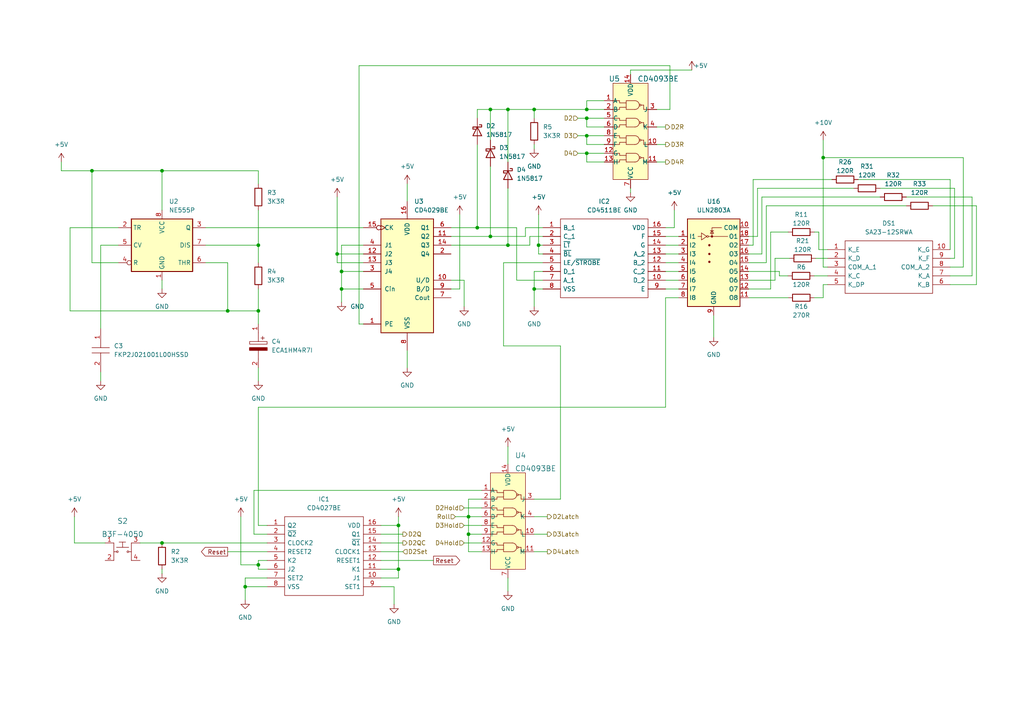
<source format=kicad_sch>
(kicad_sch (version 20211123) (generator eeschema)
  (paper "A4")
  (lib_symbols
    (symbol "4xxx:4029" (pin_names (offset 1.016))
      (property "Reference" "U" (at -7.62 16.51 0))
      (property "Value" "4029" (at -7.62 -19.05 0))
      (symbol "4029_1_0"
        (pin input line (at -12.7 -15.24 0) (length 5.08) (name "PE") (number "1"))
        (pin input line (at 12.7 -2.54 180) (length 5.08) (name "U/D") (number "10"))
        (pin output line (at 12.7 10.16 180) (length 5.08) (name "Q2") (number "11"))
        (pin input line (at -12.7 5.08 0) (length 5.08) (name "J2") (number "12"))
        (pin input line (at -12.7 2.54 0) (length 5.08) (name "J3") (number "13"))
        (pin output line (at 12.7 7.62 180) (length 5.08) (name "Q3") (number "14"))
        (pin input inverted_clock (at -12.7 12.7 0) (length 5.08) (name "CK") (number "15"))
        (pin power_in line (at 0 20.32 270) (length 5.08) (name "VDD") (number "16"))
        (pin output line (at 12.7 5.08 180) (length 5.08) (name "Q4") (number "2"))
        (pin input line (at -12.7 0 0) (length 5.08) (name "J4") (number "3"))
        (pin input line (at -12.7 7.62 0) (length 5.08) (name "J1") (number "4"))
        (pin input line (at -12.7 -5.08 0) (length 5.08) (name "Cin") (number "5"))
        (pin output line (at 12.7 12.7 180) (length 5.08) (name "Q1") (number "6"))
        (pin output line (at 12.7 -7.62 180) (length 5.08) (name "Cout") (number "7"))
        (pin power_in line (at 0 -22.86 90) (length 5.08) (name "VSS") (number "8"))
        (pin input line (at 12.7 -5.08 180) (length 5.08) (name "B/D") (number "9"))
      )
      (symbol "4029_1_1"
        (rectangle (start -7.62 15.24) (end 7.62 -17.78) (stroke (width 0.254)) (fill (type background)))
      )
    )
    (symbol "Device:R" (pin_numbers hide) (pin_names (offset 0))
      (property "Reference" "R" (at 2.032 0 90))
      (property "Value" "R" (at 0 0 90))
      (symbol "R_0_1"
        (rectangle (start -1.016 -2.54) (end 1.016 2.54) (stroke (width 0.254)))
      )
      (symbol "R_1_1"
        (pin passive line (at 0 3.81 270) (length 1.27) (name "~") (number "1"))
        (pin passive line (at 0 -3.81 90) (length 1.27) (name "~") (number "2"))
      )
    )
    (symbol "Diode:1N5817" (pin_numbers hide) (pin_names (offset 1.016) hide)
      (property "Reference" "D" (at 0 2.54 0))
      (property "Value" "1N5817" (at 0 -2.54 0))
      (symbol "1N5817_0_1"
        (polyline (pts (xy 1.27 0) (xy -1.27 0)))
        (polyline (pts (xy 1.27 1.27) (xy 1.27 -1.27) (xy -1.27 0) (xy 1.27 1.27)) (stroke (width 0.254)))
        (polyline (pts (xy -1.905 0.635) (xy -1.905 1.27) (xy -1.27 1.27) (xy -1.27 -1.27) (xy -0.635 -1.27) (xy -0.635 -0.635)) (stroke (width 0.254)))
      )
      (symbol "1N5817_1_1"
        (pin passive line (at -3.81 0 0) (length 2.54) (name "K") (number "1"))
        (pin passive line (at 3.81 0 180) (length 2.54) (name "A") (number "2"))
      )
    )
    (symbol "SamacSys_Parts:CD4027BE" (pin_names (offset 0.762))
      (property "Reference" "IC" (at 29.21 7.62 0))
      (property "Value" "CD4027BE" (at 29.21 5.08 0))
      (symbol "CD4027BE_0_0"
        (pin passive line (at 0 0 0) (length 5.08) (name "Q2") (number "1"))
        (pin passive line (at 33.02 -15.24 180) (length 5.08) (name "J1") (number "10"))
        (pin passive line (at 33.02 -12.7 180) (length 5.08) (name "K1") (number "11"))
        (pin passive line (at 33.02 -10.16 180) (length 5.08) (name "RESET1") (number "12"))
        (pin input line (at 33.02 -7.62 180) (length 5.08) (name "CLOCK1") (number "13"))
        (pin passive line (at 33.02 -5.08 180) (length 5.08) (name "~{Q1}") (number "14"))
        (pin passive line (at 33.02 -2.54 180) (length 5.08) (name "Q1") (number "15"))
        (pin power_in line (at 33.02 0 180) (length 5.08) (name "VDD") (number "16"))
        (pin passive line (at 0 -2.54 0) (length 5.08) (name "~{Q2}") (number "2"))
        (pin input line (at 0 -5.08 0) (length 5.08) (name "CLOCK2") (number "3"))
        (pin passive line (at 0 -7.62 0) (length 5.08) (name "RESET2") (number "4"))
        (pin passive line (at 0 -10.16 0) (length 5.08) (name "K2") (number "5"))
        (pin passive line (at 0 -12.7 0) (length 5.08) (name "J2") (number "6"))
        (pin passive line (at 0 -15.24 0) (length 5.08) (name "SET2") (number "7"))
        (pin power_in line (at 0 -17.78 0) (length 5.08) (name "VSS") (number "8"))
        (pin passive line (at 33.02 -17.78 180) (length 5.08) (name "SET1") (number "9"))
      )
      (symbol "CD4027BE_0_1"
        (polyline (pts (xy 5.08 2.54) (xy 27.94 2.54) (xy 27.94 -20.32) (xy 5.08 -20.32) (xy 5.08 2.54)) (stroke (width 0.1524)))
      )
    )
    (symbol "SamacSys_Parts:CD4511BE" (pin_names (offset 0.762))
      (property "Reference" "IC" (at 31.75 7.62 0))
      (property "Value" "CD4511BE" (at 31.75 5.08 0))
      (symbol "CD4511BE_0_0"
        (pin passive line (at 0 0 0) (length 5.08) (name "B_1") (number "1"))
        (pin passive line (at 35.56 -15.24 180) (length 5.08) (name "D_2") (number "10"))
        (pin passive line (at 35.56 -12.7 180) (length 5.08) (name "C_2") (number "11"))
        (pin passive line (at 35.56 -10.16 180) (length 5.08) (name "B_2") (number "12"))
        (pin passive line (at 35.56 -7.62 180) (length 5.08) (name "A_2") (number "13"))
        (pin passive line (at 35.56 -5.08 180) (length 5.08) (name "G") (number "14"))
        (pin passive line (at 35.56 -2.54 180) (length 5.08) (name "F") (number "15"))
        (pin passive line (at 35.56 0 180) (length 5.08) (name "VDD") (number "16"))
        (pin passive line (at 0 -2.54 0) (length 5.08) (name "C_1") (number "2"))
        (pin passive line (at 0 -5.08 0) (length 5.08) (name "~{LT}") (number "3"))
        (pin passive line (at 0 -7.62 0) (length 5.08) (name "~{BL}") (number "4"))
        (pin passive line (at 0 -10.16 0) (length 5.08) (name "LE/~{STROBE}") (number "5"))
        (pin passive line (at 0 -12.7 0) (length 5.08) (name "D_1") (number "6"))
        (pin passive line (at 0 -15.24 0) (length 5.08) (name "A_1") (number "7"))
        (pin passive line (at 0 -17.78 0) (length 5.08) (name "VSS") (number "8"))
        (pin passive line (at 35.56 -17.78 180) (length 5.08) (name "E") (number "9"))
      )
      (symbol "CD4511BE_0_1"
        (polyline (pts (xy 5.08 2.54) (xy 30.48 2.54) (xy 30.48 -20.32) (xy 5.08 -20.32) (xy 5.08 2.54)) (stroke (width 0.1524)))
      )
    )
    (symbol "SamacSys_Parts:ECA1HM4R7I" (pin_names (offset 0.762))
      (property "Reference" "C" (at 8.89 6.35 0))
      (property "Value" "ECA1HM4R7I" (at 8.89 3.81 0))
      (symbol "ECA1HM4R7I_0_0"
        (pin passive line (at 0 0 0) (length 2.54) (name "~") (number "1"))
        (pin passive line (at 12.7 0 180) (length 2.54) (name "~") (number "2"))
      )
      (symbol "ECA1HM4R7I_0_1"
        (polyline (pts (xy 2.54 0) (xy 5.08 0)) (stroke (width 0.1524)))
        (polyline (pts (xy 4.064 1.778) (xy 4.064 0.762)) (stroke (width 0.1524)))
        (polyline (pts (xy 4.572 1.27) (xy 3.556 1.27)) (stroke (width 0.1524)))
        (polyline (pts (xy 7.62 0) (xy 10.16 0)) (stroke (width 0.1524)))
        (polyline (pts (xy 5.08 2.54) (xy 5.08 -2.54) (xy 5.842 -2.54) (xy 5.842 2.54) (xy 5.08 2.54)) (stroke (width 0.1524)))
        (polyline (pts (xy 7.62 2.54) (xy 7.62 -2.54) (xy 6.858 -2.54) (xy 6.858 2.54) (xy 7.62 2.54)) (stroke (width 0.254)) (fill (type outline)))
      )
    )
    (symbol "SamacSys_Parts:FKP2J021001L00HSSD" (pin_names (offset 0.762))
      (property "Reference" "C" (at 8.89 6.35 0))
      (property "Value" "FKP2J021001L00HSSD" (at 8.89 3.81 0))
      (symbol "FKP2J021001L00HSSD_0_0"
        (pin passive line (at 0 0 0) (length 5.08) (name "~") (number "1"))
        (pin passive line (at 12.7 0 180) (length 5.08) (name "~") (number "2"))
      )
      (symbol "FKP2J021001L00HSSD_0_1"
        (polyline (pts (xy 5.08 0) (xy 5.588 0)) (stroke (width 0.1524)))
        (polyline (pts (xy 5.588 2.54) (xy 5.588 -2.54)) (stroke (width 0.1524)))
        (polyline (pts (xy 7.112 0) (xy 7.62 0)) (stroke (width 0.1524)))
        (polyline (pts (xy 7.112 2.54) (xy 7.112 -2.54)) (stroke (width 0.1524)))
      )
    )
    (symbol "Timer:NE555P"
      (property "Reference" "U" (at -10.16 8.89 0))
      (property "Value" "NE555P" (at 2.54 8.89 0))
      (symbol "NE555P_0_0"
        (pin power_in line (at 0 -10.16 90) (length 2.54) (name "GND") (number "1"))
        (pin power_in line (at 0 10.16 270) (length 2.54) (name "VCC") (number "8"))
      )
      (symbol "NE555P_0_1"
        (rectangle (start -8.89 -7.62) (end 8.89 7.62) (stroke (width 0.254)) (fill (type background)))
        (rectangle (start -8.89 -7.62) (end 8.89 7.62) (stroke (width 0.254)) (fill (type background)))
      )
      (symbol "NE555P_1_1"
        (pin input line (at -12.7 5.08 0) (length 3.81) (name "TR") (number "2"))
        (pin output line (at 12.7 5.08 180) (length 3.81) (name "Q") (number "3"))
        (pin input inverted (at -12.7 -5.08 0) (length 3.81) (name "R") (number "4"))
        (pin input line (at -12.7 0 0) (length 3.81) (name "CV") (number "5"))
        (pin input line (at 12.7 -5.08 180) (length 3.81) (name "THR") (number "6"))
        (pin input line (at 12.7 0 180) (length 3.81) (name "DIS") (number "7"))
      )
    )
    (symbol "Transistor_Array:ULN2803A"
      (property "Reference" "U" (at 0 13.335 0))
      (property "Value" "ULN2803A" (at 0 11.43 0))
      (symbol "ULN2803A_0_1"
        (rectangle (start -7.62 -15.24) (end 7.62 10.16) (stroke (width 0.254)) (fill (type background)))
        (circle (center -1.778 5.08) (radius 0.254))
        (circle (center -1.27 -2.286) (radius 0.254) (fill (type outline)))
        (circle (center -1.27 0) (radius 0.254) (fill (type outline)))
        (circle (center -1.27 2.54) (radius 0.254) (fill (type outline)))
        (circle (center -0.508 5.08) (radius 0.254) (fill (type outline)))
        (polyline (pts (xy -4.572 5.08) (xy -3.556 5.08)))
        (polyline (pts (xy -1.524 5.08) (xy 4.064 5.08)))
        (polyline (pts (xy 0 6.731) (xy -1.016 6.731)))
        (polyline (pts (xy -0.508 5.08) (xy -0.508 7.62) (xy 2.286 7.62)))
        (polyline (pts (xy -3.556 6.096) (xy -3.556 4.064) (xy -2.032 5.08) (xy -3.556 6.096)))
        (polyline (pts (xy 0 5.969) (xy -1.016 5.969) (xy -0.508 6.731) (xy 0 5.969)))
      )
      (symbol "ULN2803A_1_1"
        (pin input line (at -10.16 5.08 0) (length 2.54) (name "I1") (number "1"))
        (pin passive line (at 10.16 7.62 180) (length 2.54) (name "COM") (number "10"))
        (pin open_collector line (at 10.16 -12.7 180) (length 2.54) (name "O8") (number "11"))
        (pin open_collector line (at 10.16 -10.16 180) (length 2.54) (name "O7") (number "12"))
        (pin open_collector line (at 10.16 -7.62 180) (length 2.54) (name "O6") (number "13"))
        (pin open_collector line (at 10.16 -5.08 180) (length 2.54) (name "O5") (number "14"))
        (pin open_collector line (at 10.16 -2.54 180) (length 2.54) (name "O4") (number "15"))
        (pin open_collector line (at 10.16 0 180) (length 2.54) (name "O3") (number "16"))
        (pin open_collector line (at 10.16 2.54 180) (length 2.54) (name "O2") (number "17"))
        (pin open_collector line (at 10.16 5.08 180) (length 2.54) (name "O1") (number "18"))
        (pin input line (at -10.16 2.54 0) (length 2.54) (name "I2") (number "2"))
        (pin input line (at -10.16 0 0) (length 2.54) (name "I3") (number "3"))
        (pin input line (at -10.16 -2.54 0) (length 2.54) (name "I4") (number "4"))
        (pin input line (at -10.16 -5.08 0) (length 2.54) (name "I5") (number "5"))
        (pin input line (at -10.16 -7.62 0) (length 2.54) (name "I6") (number "6"))
        (pin input line (at -10.16 -10.16 0) (length 2.54) (name "I7") (number "7"))
        (pin input line (at -10.16 -12.7 0) (length 2.54) (name "I8") (number "8"))
        (pin power_in line (at 0 -17.78 90) (length 2.54) (name "GND") (number "9"))
      )
    )
    (symbol "dk_Logic-Gates-and-Inverters:CD4093BE" (pin_names (offset 0.0254))
      (property "Reference" "U" (at -2.54 11.176 0))
      (property "Value" "CD4093BE" (at 0.508 -19.05 0))
      (symbol "CD4093BE_0_1"
        (rectangle (start -5.08 10.16) (end 5.08 -17.78) (fill (type background)))
        (polyline (pts (xy 3.048 -11.43) (xy 3.81 -11.43)))
        (polyline (pts (xy 3.048 3.81) (xy 3.81 3.81)))
        (polyline (pts (xy 3.81 -6.35) (xy 3.048 -6.35)))
        (polyline (pts (xy 3.81 -1.27) (xy 3.048 -1.27)))
        (polyline (pts (xy 3.81 -11.43) (xy 3.81 -12.7) (xy 5.08 -12.7)))
        (polyline (pts (xy 3.81 -6.35) (xy 3.81 -7.62) (xy 5.08 -7.62)))
        (polyline (pts (xy 3.81 -1.27) (xy 3.81 -2.54) (xy 5.08 -2.54)))
        (polyline (pts (xy 3.81 3.81) (xy 3.81 2.54) (xy 5.08 2.54)))
        (polyline (pts (xy -5.08 -12.7) (xy -3.175 -12.7) (xy -3.175 -12.065) (xy -1.27 -12.065)))
        (polyline (pts (xy -5.08 -7.62) (xy -3.175 -7.62) (xy -3.175 -6.985) (xy -1.27 -6.985)))
        (polyline (pts (xy -5.08 -2.54) (xy -3.175 -2.54) (xy -3.175 -1.905) (xy -1.27 -1.905)))
        (polyline (pts (xy -1.27 -10.795) (xy -3.175 -10.795) (xy -3.175 -10.16) (xy -5.08 -10.16)))
        (polyline (pts (xy -1.27 -5.715) (xy -3.175 -5.715) (xy -3.175 -5.08) (xy -5.08 -5.08)))
        (polyline (pts (xy -1.27 -0.635) (xy -3.175 -0.635) (xy -3.175 0) (xy -5.08 0)))
        (polyline (pts (xy -1.27 3.175) (xy -3.175 3.175) (xy -3.175 2.54) (xy -5.08 2.54)))
        (polyline (pts (xy -1.27 4.445) (xy -3.175 4.445) (xy -3.175 5.08) (xy -5.08 5.08)))
        (polyline (pts (xy 1.27 -10.16) (xy -1.27 -10.16) (xy -1.27 -12.7) (xy 1.27 -12.7)))
        (polyline (pts (xy 1.27 -5.08) (xy -1.27 -5.08) (xy -1.27 -7.62) (xy 1.27 -7.62)))
        (polyline (pts (xy 1.27 0) (xy -1.27 0) (xy -1.27 -2.54) (xy 1.27 -2.54)))
        (polyline (pts (xy 1.27 5.08) (xy -1.27 5.08) (xy -1.27 2.54) (xy 1.27 2.54)))
        (arc (start 1.27 -12.7) (mid 2.54 -11.43) (end 1.27 -10.16))
        (arc (start 1.27 -7.62) (mid 2.54 -6.35) (end 1.27 -5.08))
        (arc (start 1.27 -2.54) (mid 2.54 -1.27) (end 1.27 0))
        (arc (start 1.27 2.54) (mid 2.54 3.81) (end 1.27 5.08))
        (circle (center 2.794 -11.43) (radius 0.254))
        (circle (center 2.794 -6.35) (radius 0.254))
        (circle (center 2.794 -1.27) (radius 0.254))
        (circle (center 2.794 3.81) (radius 0.254))
      )
      (symbol "CD4093BE_1_1"
        (pin input line (at -7.62 5.08 0) (length 2.54) (name "A") (number "1"))
        (pin output line (at 7.62 -7.62 180) (length 2.54) (name "L") (number "10"))
        (pin output line (at 7.62 -12.7 180) (length 2.54) (name "M") (number "11"))
        (pin input line (at -7.62 -10.16 0) (length 2.54) (name "G") (number "12"))
        (pin input line (at -7.62 -12.7 0) (length 2.54) (name "H") (number "13"))
        (pin power_in line (at 0 12.7 270) (length 2.54) (name "VDD") (number "14"))
        (pin input line (at -7.62 2.54 0) (length 2.54) (name "B") (number "2"))
        (pin output line (at 7.62 2.54 180) (length 2.54) (name "J") (number "3"))
        (pin output line (at 7.62 -2.54 180) (length 2.54) (name "K") (number "4"))
        (pin input line (at -7.62 0 0) (length 2.54) (name "C") (number "5"))
        (pin input line (at -7.62 -2.54 0) (length 2.54) (name "D") (number "6"))
        (pin power_in line (at 0 -20.32 90) (length 2.54) (name "VCC") (number "7"))
        (pin input line (at -7.62 -5.08 0) (length 2.54) (name "E") (number "8"))
        (pin input line (at -7.62 -7.62 0) (length 2.54) (name "F") (number "9"))
      )
    )
    (symbol "dk_Tactile-Switches:B3F-1000" (pin_names (offset 1.016))
      (property "Reference" "S" (at 0 5.08 0))
      (property "Value" "B3F-1000" (at 0 -5.08 0))
      (symbol "B3F-1000_0_1"
        (circle (center -1.524 0) (radius 0.254))
        (polyline (pts (xy -2.54 2.54) (xy -2.54 -2.54)))
        (polyline (pts (xy -1.778 0) (xy -2.54 0)))
        (polyline (pts (xy -1.778 1.27) (xy 1.778 1.27)))
        (polyline (pts (xy 2.54 -2.54) (xy 2.54 2.54)))
        (polyline (pts (xy 2.54 0) (xy 1.778 0)))
        (circle (center 1.524 0) (radius 0.254))
      )
      (symbol "B3F-1000_1_1"
        (polyline (pts (xy -1.016 2.794) (xy 0.889 2.794)))
        (polyline (pts (xy 0 2.794) (xy 0 1.27)))
        (pin passive line (at -5.08 2.54 0) (length 2.54) (name "~") (number "1"))
        (pin passive line (at -5.08 -2.54 0) (length 2.54) (name "~") (number "2"))
        (pin passive line (at 5.08 2.54 180) (length 2.54) (name "~") (number "3"))
        (pin passive line (at 5.08 -2.54 180) (length 2.54) (name "~") (number "4"))
      )
    )
    (symbol "power:+10V" (power) (pin_names (offset 0))
      (property "Value" "+10V" (at 0 3.556 0))
      (symbol "+10V_0_1"
        (polyline (pts (xy -0.762 1.27) (xy 0 2.54)))
        (polyline (pts (xy 0 0) (xy 0 2.54)))
        (polyline (pts (xy 0 2.54) (xy 0.762 1.27)))
      )
      (symbol "+10V_1_1"
        (pin power_in line (at 0 0 90) (length 0) hide (name "+10V") (number "1"))
      )
    )
    (symbol "power:+5V" (power) (pin_names (offset 0))
      (property "Value" "+5V" (at 0 3.556 0))
      (symbol "+5V_0_1"
        (polyline (pts (xy -0.762 1.27) (xy 0 2.54)))
        (polyline (pts (xy 0 0) (xy 0 2.54)))
        (polyline (pts (xy 0 2.54) (xy 0.762 1.27)))
      )
      (symbol "+5V_1_1"
        (pin power_in line (at 0 0 90) (length 0) hide (name "+5V") (number "1"))
      )
    )
    (symbol "power:GND" (power) (pin_names (offset 0))
      (property "Value" "GND" (at 0 -3.81 0))
      (symbol "GND_0_1"
        (polyline (pts (xy 0 0) (xy 0 -1.27) (xy 1.27 -1.27) (xy 0 -2.54) (xy -1.27 -1.27) (xy 0 -1.27)))
      )
      (symbol "GND_1_1"
        (pin power_in line (at 0 0 270) (length 0) hide (name "GND") (number "1"))
      )
    )
    (symbol "self:SA23-12SRWA" (pin_names (offset 0.762))
      (property "Reference" "DS2" (at 17.78 7.62 0))
      (property "Value" "SA23-12SRWA" (at 17.78 5.08 0))
      (symbol "SA23-12SRWA_0_0"
        (pin passive line (at 0 0 0) (length 5.08) (name "K_E") (number "1"))
        (pin passive line (at 35.56 0 180) (length 5.08) (name "K_G") (number "10"))
        (pin passive line (at 0 -2.54 0) (length 5.08) (name "K_D") (number "2"))
        (pin passive line (at 0 -5.08 0) (length 5.08) (name "COM_A_1") (number "3"))
        (pin passive line (at 0 -7.62 0) (length 5.08) (name "K_C") (number "4"))
        (pin passive line (at 0 -10.16 0) (length 5.08) (name "K_DP") (number "5"))
        (pin passive line (at 35.56 -10.16 180) (length 5.08) (name "K_B") (number "6"))
        (pin passive line (at 35.56 -7.62 180) (length 5.08) (name "K_A") (number "7"))
        (pin passive line (at 35.56 -5.08 180) (length 5.08) (name "COM_A_2") (number "8"))
        (pin passive line (at 35.56 -2.54 180) (length 5.08) (name "K_F") (number "9"))
      )
      (symbol "SA23-12SRWA_0_1"
        (polyline (pts (xy 5.08 2.54) (xy 30.48 2.54) (xy 30.48 -12.7) (xy 5.08 -12.7) (xy 5.08 2.54)) (stroke (width 0.1524)))
      )
    )
  )
  (junction (at 74.93 163.83))
  (junction (at 154.94 31.75))
  (junction (at 99.06 78.74))
  (junction (at 147.32 71.12))
  (junction (at 97.79 73.66))
  (junction (at 46.99 49.53))
  (junction (at 71.12 170.18))
  (junction (at 74.93 90.17))
  (junction (at 238.76 45.72))
  (junction (at 147.32 31.75))
  (junction (at 138.43 66.04))
  (junction (at 135.89 154.94))
  (junction (at 115.57 152.4))
  (junction (at 74.93 71.12))
  (junction (at 46.99 157.48))
  (junction (at 135.89 149.86))
  (junction (at 156.21 71.12))
  (junction (at 154.94 83.82))
  (junction (at 66.04 90.17))
  (junction (at 99.06 83.82))
  (junction (at 170.18 31.75))
  (junction (at 115.57 165.1))
  (junction (at 142.24 31.75))
  (junction (at 170.18 44.45))
  (junction (at 26.67 49.53))
  (junction (at 170.18 34.29))
  (junction (at 142.24 68.58))
  (junction (at 170.18 39.37))
  (wire (pts (xy 238.76 82.55) (xy 240.03 82.55)))
  (wire (pts (xy 279.4 45.72) (xy 238.76 45.72)))
  (wire (pts (xy 142.24 31.75) (xy 147.32 31.75)))
  (wire (pts (xy 217.17 86.36) (xy 228.6 86.36)))
  (wire (pts (xy 236.22 86.36) (xy 238.76 86.36)))
  (wire (pts (xy 132.08 149.86) (xy 135.89 149.86)))
  (wire (pts (xy 154.94 160.02) (xy 158.75 160.02)))
  (wire (pts (xy 74.93 71.12) (xy 74.93 76.2)))
  (wire (pts (xy 147.32 31.75) (xy 154.94 31.75)))
  (wire (pts (xy 130.81 66.04) (xy 138.43 66.04)))
  (wire (pts (xy 73.66 142.24) (xy 139.7 142.24)))
  (wire (pts (xy 170.18 29.21) (xy 175.26 29.21)))
  (wire (pts (xy 170.18 31.75) (xy 175.26 31.75)))
  (wire (pts (xy 99.06 83.82) (xy 105.41 83.82)))
  (wire (pts (xy 196.85 81.28) (xy 193.04 81.28)))
  (wire (pts (xy 255.27 57.15) (xy 220.98 57.15)))
  (wire (pts (xy 220.98 57.15) (xy 220.98 73.66)))
  (wire (pts (xy 226.06 78.74) (xy 217.17 78.74)))
  (wire (pts (xy 40.64 157.48) (xy 46.99 157.48)))
  (wire (pts (xy 146.05 100.33) (xy 146.05 76.2)))
  (wire (pts (xy 218.44 71.12) (xy 217.17 71.12)))
  (wire (pts (xy 153.67 68.58) (xy 157.48 68.58)))
  (wire (pts (xy 74.93 90.17) (xy 66.04 90.17)))
  (wire (pts (xy 170.18 34.29) (xy 175.26 34.29)))
  (wire (pts (xy 218.44 52.07) (xy 218.44 71.12)))
  (wire (pts (xy 46.99 49.53) (xy 46.99 60.96)))
  (wire (pts (xy 156.21 71.12) (xy 157.48 71.12)))
  (wire (pts (xy 170.18 31.75) (xy 170.18 29.21)))
  (wire (pts (xy 237.49 72.39) (xy 240.03 72.39)))
  (wire (pts (xy 71.12 170.18) (xy 71.12 173.99)))
  (wire (pts (xy 281.94 57.15) (xy 262.89 57.15)))
  (wire (pts (xy 240.03 77.47) (xy 238.76 77.47)))
  (wire (pts (xy 147.32 46.99) (xy 147.32 31.75)))
  (wire (pts (xy 222.25 59.69) (xy 222.25 76.2)))
  (wire (pts (xy 182.88 54.61) (xy 182.88 55.88)))
  (wire (pts (xy 279.4 77.47) (xy 279.4 45.72)))
  (wire (pts (xy 139.7 154.94) (xy 135.89 154.94)))
  (wire (pts (xy 104.14 19.05) (xy 104.14 93.98)))
  (wire (pts (xy 110.49 160.02) (xy 116.84 160.02)))
  (wire (pts (xy 182.88 20.32) (xy 182.88 21.59)))
  (wire (pts (xy 74.93 83.82) (xy 74.93 90.17)))
  (wire (pts (xy 190.5 36.83) (xy 193.04 36.83)))
  (wire (pts (xy 154.94 31.75) (xy 170.18 31.75)))
  (wire (pts (xy 154.94 83.82) (xy 154.94 88.9)))
  (wire (pts (xy 224.79 81.28) (xy 217.17 81.28)))
  (wire (pts (xy 110.49 170.18) (xy 114.3 170.18)))
  (wire (pts (xy 196.85 78.74) (xy 193.04 78.74)))
  (wire (pts (xy 193.04 86.36) (xy 193.04 118.11)))
  (wire (pts (xy 134.62 157.48) (xy 139.7 157.48)))
  (wire (pts (xy 74.93 163.83) (xy 74.93 165.1)))
  (wire (pts (xy 46.99 49.53) (xy 74.93 49.53)))
  (wire (pts (xy 142.24 40.64) (xy 142.24 31.75)))
  (wire (pts (xy 167.64 44.45) (xy 170.18 44.45)))
  (wire (pts (xy 97.79 57.15) (xy 97.79 73.66)))
  (wire (pts (xy 66.04 76.2) (xy 66.04 90.17)))
  (wire (pts (xy 154.94 144.78) (xy 162.56 144.78)))
  (wire (pts (xy 196.85 73.66) (xy 193.04 73.66)))
  (wire (pts (xy 118.11 53.34) (xy 118.11 58.42)))
  (wire (pts (xy 114.3 175.26) (xy 114.3 170.18)))
  (wire (pts (xy 135.89 154.94) (xy 135.89 149.86)))
  (wire (pts (xy 134.62 147.32) (xy 139.7 147.32)))
  (wire (pts (xy 133.35 83.82) (xy 130.81 83.82)))
  (wire (pts (xy 170.18 41.91) (xy 170.18 39.37)))
  (wire (pts (xy 154.94 149.86) (xy 158.75 149.86)))
  (wire (pts (xy 147.32 129.54) (xy 147.32 134.62)))
  (wire (pts (xy 276.86 54.61) (xy 255.27 54.61)))
  (wire (pts (xy 69.85 149.86) (xy 69.85 163.83)))
  (wire (pts (xy 115.57 167.64) (xy 110.49 167.64)))
  (wire (pts (xy 74.93 152.4) (xy 74.93 118.11)))
  (wire (pts (xy 17.78 49.53) (xy 26.67 49.53)))
  (wire (pts (xy 115.57 165.1) (xy 115.57 167.64)))
  (wire (pts (xy 46.99 81.28) (xy 46.99 83.82)))
  (wire (pts (xy 21.59 157.48) (xy 30.48 157.48)))
  (wire (pts (xy 156.21 73.66) (xy 156.21 71.12)))
  (wire (pts (xy 195.58 66.04) (xy 193.04 66.04)))
  (wire (pts (xy 142.24 48.26) (xy 142.24 68.58)))
  (wire (pts (xy 59.69 66.04) (xy 105.41 66.04)))
  (wire (pts (xy 73.66 154.94) (xy 73.66 142.24)))
  (wire (pts (xy 157.48 73.66) (xy 156.21 73.66)))
  (wire (pts (xy 275.59 80.01) (xy 281.94 80.01)))
  (wire (pts (xy 238.76 40.64) (xy 238.76 45.72)))
  (wire (pts (xy 130.81 71.12) (xy 147.32 71.12)))
  (wire (pts (xy 74.93 90.17) (xy 74.93 93.98)))
  (wire (pts (xy 228.6 67.31) (xy 223.52 67.31)))
  (wire (pts (xy 220.98 73.66) (xy 217.17 73.66)))
  (wire (pts (xy 71.12 167.64) (xy 77.47 167.64)))
  (wire (pts (xy 97.79 76.2) (xy 97.79 73.66)))
  (wire (pts (xy 138.43 34.29) (xy 138.43 31.75)))
  (wire (pts (xy 59.69 71.12) (xy 74.93 71.12)))
  (wire (pts (xy 138.43 31.75) (xy 142.24 31.75)))
  (wire (pts (xy 194.31 31.75) (xy 190.5 31.75)))
  (wire (pts (xy 115.57 152.4) (xy 110.49 152.4)))
  (wire (pts (xy 26.67 76.2) (xy 26.67 49.53)))
  (wire (pts (xy 262.89 59.69) (xy 222.25 59.69)))
  (wire (pts (xy 17.78 46.99) (xy 17.78 49.53)))
  (wire (pts (xy 134.62 152.4) (xy 139.7 152.4)))
  (wire (pts (xy 222.25 76.2) (xy 217.17 76.2)))
  (wire (pts (xy 34.29 76.2) (xy 26.67 76.2)))
  (wire (pts (xy 110.49 157.48) (xy 116.84 157.48)))
  (wire (pts (xy 147.32 167.64) (xy 147.32 171.45)))
  (wire (pts (xy 226.06 80.01) (xy 226.06 78.74)))
  (wire (pts (xy 154.94 154.94) (xy 158.75 154.94)))
  (wire (pts (xy 238.76 45.72) (xy 238.76 77.47)))
  (wire (pts (xy 46.99 165.1) (xy 46.99 166.37)))
  (wire (pts (xy 110.49 162.56) (xy 125.73 162.56)))
  (wire (pts (xy 219.71 68.58) (xy 217.17 68.58)))
  (wire (pts (xy 240.03 80.01) (xy 236.1579 80.01)))
  (wire (pts (xy 238.76 86.36) (xy 238.76 82.55)))
  (wire (pts (xy 223.52 67.31) (xy 223.52 83.82)))
  (wire (pts (xy 167.64 34.29) (xy 170.18 34.29)))
  (wire (pts (xy 196.85 76.2) (xy 193.04 76.2)))
  (wire (pts (xy 175.26 41.91) (xy 170.18 41.91)))
  (wire (pts (xy 66.04 90.17) (xy 20.32 90.17)))
  (wire (pts (xy 162.56 100.33) (xy 146.05 100.33)))
  (wire (pts (xy 97.79 73.66) (xy 105.41 73.66)))
  (wire (pts (xy 196.85 86.36) (xy 193.04 86.36)))
  (wire (pts (xy 182.88 20.32) (xy 200.66 20.32)))
  (wire (pts (xy 170.18 36.83) (xy 170.18 34.29)))
  (wire (pts (xy 71.12 170.18) (xy 77.47 170.18)))
  (wire (pts (xy 162.56 144.78) (xy 162.56 100.33)))
  (wire (pts (xy 224.79 74.93) (xy 224.79 81.28)))
  (wire (pts (xy 240.03 74.93) (xy 236.6115 74.93)))
  (wire (pts (xy 142.24 68.58) (xy 152.4 68.58)))
  (wire (pts (xy 134.62 81.28) (xy 130.81 81.28)))
  (wire (pts (xy 105.41 93.98) (xy 104.14 93.98)))
  (wire (pts (xy 147.32 71.12) (xy 153.67 71.12)))
  (wire (pts (xy 46.99 157.48) (xy 77.47 157.48)))
  (wire (pts (xy 236.22 67.31) (xy 237.49 67.31)))
  (wire (pts (xy 74.93 49.53) (xy 74.93 53.34)))
  (wire (pts (xy 110.49 154.94) (xy 116.84 154.94)))
  (wire (pts (xy 167.64 39.37) (xy 170.18 39.37)))
  (wire (pts (xy 196.85 68.58) (xy 193.04 68.58)))
  (wire (pts (xy 153.67 71.12) (xy 153.67 68.58)))
  (wire (pts (xy 77.47 154.94) (xy 73.66 154.94)))
  (wire (pts (xy 219.71 54.61) (xy 219.71 68.58)))
  (wire (pts (xy 283.21 59.69) (xy 270.51 59.69)))
  (wire (pts (xy 135.89 149.86) (xy 139.7 149.86)))
  (wire (pts (xy 74.93 165.1) (xy 77.47 165.1)))
  (wire (pts (xy 228.5379 80.01) (xy 226.06 80.01)))
  (wire (pts (xy 59.69 76.2) (xy 66.04 76.2)))
  (wire (pts (xy 138.43 41.91) (xy 138.43 66.04)))
  (wire (pts (xy 29.21 71.12) (xy 34.29 71.12)))
  (wire (pts (xy 152.4 68.58) (xy 152.4 66.04)))
  (wire (pts (xy 115.57 149.86) (xy 115.57 152.4)))
  (wire (pts (xy 247.65 54.61) (xy 219.71 54.61)))
  (wire (pts (xy 228.9915 74.93) (xy 224.79 74.93)))
  (wire (pts (xy 135.89 144.78) (xy 135.89 149.86)))
  (wire (pts (xy 20.32 90.17) (xy 20.32 66.04)))
  (wire (pts (xy 99.06 87.63) (xy 99.06 83.82)))
  (wire (pts (xy 190.5 41.91) (xy 193.04 41.91)))
  (wire (pts (xy 105.41 71.12) (xy 99.06 71.12)))
  (wire (pts (xy 170.18 39.37) (xy 175.26 39.37)))
  (wire (pts (xy 74.93 106.68) (xy 74.93 110.49)))
  (wire (pts (xy 138.43 66.04) (xy 149.86 66.04)))
  (wire (pts (xy 237.49 67.31) (xy 237.49 72.39)))
  (wire (pts (xy 99.06 71.12) (xy 99.06 78.74)))
  (wire (pts (xy 74.93 118.11) (xy 193.04 118.11)))
  (wire (pts (xy 170.18 44.45) (xy 175.26 44.45)))
  (wire (pts (xy 20.32 66.04) (xy 34.29 66.04)))
  (wire (pts (xy 135.89 160.02) (xy 135.89 154.94)))
  (wire (pts (xy 154.94 78.74) (xy 154.94 83.82)))
  (wire (pts (xy 69.85 163.83) (xy 74.93 163.83)))
  (wire (pts (xy 26.67 49.53) (xy 46.99 49.53)))
  (wire (pts (xy 133.35 62.23) (xy 133.35 83.82)))
  (wire (pts (xy 156.21 62.23) (xy 156.21 71.12)))
  (wire (pts (xy 21.59 149.86) (xy 21.59 157.48)))
  (wire (pts (xy 207.01 91.44) (xy 207.01 97.79)))
  (wire (pts (xy 196.85 83.82) (xy 193.04 83.82)))
  (wire (pts (xy 66.04 160.02) (xy 77.47 160.02)))
  (wire (pts (xy 130.81 68.58) (xy 142.24 68.58)))
  (wire (pts (xy 115.57 152.4) (xy 115.57 165.1)))
  (wire (pts (xy 194.31 19.05) (xy 104.14 19.05)))
  (wire (pts (xy 279.4 77.47) (xy 275.59 77.47)))
  (wire (pts (xy 146.05 76.2) (xy 157.48 76.2)))
  (wire (pts (xy 194.31 19.05) (xy 194.31 31.75)))
  (wire (pts (xy 276.86 74.93) (xy 276.86 54.61)))
  (wire (pts (xy 154.94 83.82) (xy 157.48 83.82)))
  (wire (pts (xy 74.93 162.56) (xy 74.93 163.83)))
  (wire (pts (xy 99.06 78.74) (xy 105.41 78.74)))
  (wire (pts (xy 275.59 72.39) (xy 275.59 52.07)))
  (wire (pts (xy 157.48 78.74) (xy 154.94 78.74)))
  (wire (pts (xy 29.21 107.95) (xy 29.21 110.49)))
  (wire (pts (xy 190.5 46.99) (xy 193.04 46.99)))
  (wire (pts (xy 149.86 66.04) (xy 149.86 81.28)))
  (wire (pts (xy 175.26 46.99) (xy 170.18 46.99)))
  (wire (pts (xy 115.57 165.1) (xy 110.49 165.1)))
  (wire (pts (xy 283.21 82.55) (xy 283.21 59.69)))
  (wire (pts (xy 275.59 74.93) (xy 276.86 74.93)))
  (wire (pts (xy 74.93 60.96) (xy 74.93 71.12)))
  (wire (pts (xy 154.94 41.91) (xy 154.94 43.18)))
  (wire (pts (xy 170.18 46.99) (xy 170.18 44.45)))
  (wire (pts (xy 29.21 95.25) (xy 29.21 71.12)))
  (wire (pts (xy 152.4 66.04) (xy 157.48 66.04)))
  (wire (pts (xy 77.47 162.56) (xy 74.93 162.56)))
  (wire (pts (xy 99.06 83.82) (xy 99.06 78.74)))
  (wire (pts (xy 281.94 80.01) (xy 281.94 57.15)))
  (wire (pts (xy 223.52 83.82) (xy 217.17 83.82)))
  (wire (pts (xy 139.7 144.78) (xy 135.89 144.78)))
  (wire (pts (xy 275.59 52.07) (xy 248.92 52.07)))
  (wire (pts (xy 195.58 60.96) (xy 195.58 66.04)))
  (wire (pts (xy 241.3 52.07) (xy 218.44 52.07)))
  (wire (pts (xy 196.85 71.12) (xy 193.04 71.12)))
  (wire (pts (xy 154.94 31.75) (xy 154.94 34.29)))
  (wire (pts (xy 134.62 81.28) (xy 134.62 88.9)))
  (wire (pts (xy 175.26 36.83) (xy 170.18 36.83)))
  (wire (pts (xy 275.59 82.55) (xy 283.21 82.55)))
  (wire (pts (xy 118.11 101.6) (xy 118.11 106.68)))
  (wire (pts (xy 149.86 81.28) (xy 157.48 81.28)))
  (wire (pts (xy 105.41 76.2) (xy 97.79 76.2)))
  (wire (pts (xy 147.32 54.61) (xy 147.32 71.12)))
  (wire (pts (xy 71.12 170.18) (xy 71.12 167.64)))
  (wire (pts (xy 77.47 152.4) (xy 74.93 152.4)))
  (wire (pts (xy 139.7 160.02) (xy 135.89 160.02)))
  (global_label "Reset" (shape output) (at 125.73 162.56 0) (property "Intersheet References" "${INTERSHEET_REFS}" (effects hide)))
  (global_label "Reset" (shape output) (at 66.04 160.02 180) (property "Intersheet References" "${INTERSHEET_REFS}" (effects hide)))
  (hierarchical_label "D2Q" (shape output) (at 116.84 154.94 0))
  (hierarchical_label "D2R" (shape output) (at 193.04 36.83 0))
  (hierarchical_label "D3Latch" (shape output) (at 158.75 154.94 0))
  (hierarchical_label "D4R" (shape output) (at 193.04 46.99 0))
  (hierarchical_label "D2Set" (shape input) (at 116.84 160.02 0))
  (hierarchical_label "Roll" (shape input) (at 132.08 149.86 180))
  (hierarchical_label "D3Hold" (shape input) (at 134.62 152.4 180))
  (hierarchical_label "D4Hold" (shape input) (at 134.62 157.48 180))
  (hierarchical_label "D3" (shape input) (at 167.64 39.37 180))
  (hierarchical_label "D4" (shape input) (at 167.64 44.45 180))
  (hierarchical_label "D3R" (shape output) (at 193.04 41.91 0))
  (hierarchical_label "D2" (shape input) (at 167.64 34.29 180))
  (hierarchical_label "D2Latch" (shape output) (at 158.75 149.86 0))
  (hierarchical_label "D2Hold" (shape input) (at 134.62 147.32 180))
  (hierarchical_label "D2QC" (shape output) (at 116.84 157.48 0))
  (hierarchical_label "D4Latch" (shape output) (at 158.75 160.02 0))
  (symbol (lib_id "power:GND") (at 114.3 175.26 0) (unit 1)
    (property "Reference" "#PWR0105" (effects hide))
    (property "Value" "GND" (at 114.3 180.34 0))
  )
  (symbol (lib_id "dk_Logic-Gates-and-Inverters:CD4093BE") (at 147.32 147.32 0) (unit 1)
    (property "Reference" "U4" (at 149.3394 132.08 0) (effects (font (size 1.524 1.524)) (justify left)))
    (property "Value" "CD4093BE" (at 149.3394 135.89 0) (effects (font (size 1.524 1.524)) (justify left)))
    (property "Footprint" "digikey-footprints:DIP-14_W3mm" (effects hide))
    (property "Datasheet" "http://www.ti.com/general/docs/suppproductinfo.tsp?distId=10&gotoUrl=http%3A%2F%2Fwww.ti.com%2Flit%2Fgpn%2Fcd4093b" (effects hide))
    (property "Digi-Key_PN" "296-2068-5-ND" (effects hide))
    (property "MPN" "CD4093BE" (effects hide))
    (property "Category" "Integrated Circuits (ICs)" (effects hide))
    (property "Family" "Logic - Gates and Inverters" (effects hide))
    (property "DK_Datasheet_Link" "http://www.ti.com/general/docs/suppproductinfo.tsp?distId=10&gotoUrl=http%3A%2F%2Fwww.ti.com%2Flit%2Fgpn%2Fcd4093b" (effects hide))
    (property "DK_Detail_Page" "/product-detail/en/texas-instruments/CD4093BE/296-2068-5-ND/67329" (effects hide))
    (property "Description" "IC GATE NAND 4CH 2-INP 14DIP" (effects hide))
    (property "Manufacturer" "Texas Instruments" (effects hide))
    (property "Status" "Active" (effects hide))
  )
  (symbol (lib_id "Transistor_Array:ULN2803A") (at 207.01 73.66 0) (unit 1)
    (property "Reference" "U16" (at 207.01 58.42 0))
    (property "Value" "ULN2803A" (at 207.01 60.96 0))
    (property "Footprint" "Package_DIP:DIP-18_W7.62mm_LongPads" (effects hide))
    (property "Datasheet" "http://www.ti.com/lit/ds/symlink/uln2803a.pdf" (effects hide))
  )
  (symbol (lib_id "power:+5V") (at 17.78 46.99 0) (unit 1)
    (property "Reference" "#PWR0108" (effects hide))
    (property "Value" "+5V" (at 17.78 41.91 0))
  )
  (symbol (lib_id "power:+5V") (at 118.11 53.34 0) (unit 1)
    (property "Reference" "#PWR0116" (effects hide))
    (property "Value" "+5V" (at 118.11 48.26 0))
  )
  (symbol (lib_id "SamacSys_Parts:ECA1HM4R7I") (at 74.93 93.98 270) (unit 1)
    (property "Reference" "C4" (at 78.74 99.0599 90) (effects (justify left)))
    (property "Value" "ECA1HM4R7I" (at 78.74 101.5999 90) (effects (justify left)))
    (property "Footprint" "CAPPRD200W55D525H1200" (effects hide))
    (property "Datasheet" "http://industrial.panasonic.com/cdbs/www-data/pdf/RDF0000/ABA0000C1218.pdf" (effects hide))
    (property "Description" "PANASONIC - ECA1HM4R7I - Electrolytic Capacitor, 4.7 F, 50 V, M Series, +/- 20%, Radial Leaded, 5 mm" (effects hide))
    (property "Height" "12" (effects hide))
    (property "Manufacturer_Name" "Panasonic" (effects hide))
    (property "Manufacturer_Part_Number" "ECA1HM4R7I" (effects hide))
  )
  (symbol (lib_id "power:+5V") (at 133.35 62.23 0) (unit 1)
    (property "Reference" "#PWR0123" (effects hide))
    (property "Value" "+5V" (at 133.35 57.15 0))
  )
  (symbol (lib_id "dk_Logic-Gates-and-Inverters:CD4093BE") (at 182.88 34.29 0) (unit 1)
    (property "Reference" "U5" (at 176.53 22.86 0) (effects (font (size 1.524 1.524)) (justify left)))
    (property "Value" "CD4093BE" (at 184.8994 22.86 0) (effects (font (size 1.524 1.524)) (justify left)))
    (property "Footprint" "digikey-footprints:DIP-14_W3mm" (effects hide))
    (property "Datasheet" "http://www.ti.com/general/docs/suppproductinfo.tsp?distId=10&gotoUrl=http%3A%2F%2Fwww.ti.com%2Flit%2Fgpn%2Fcd4093b" (effects hide))
    (property "Digi-Key_PN" "296-2068-5-ND" (effects hide))
    (property "MPN" "CD4093BE" (effects hide))
    (property "Category" "Integrated Circuits (ICs)" (effects hide))
    (property "Family" "Logic - Gates and Inverters" (effects hide))
    (property "DK_Datasheet_Link" "http://www.ti.com/general/docs/suppproductinfo.tsp?distId=10&gotoUrl=http%3A%2F%2Fwww.ti.com%2Flit%2Fgpn%2Fcd4093b" (effects hide))
    (property "DK_Detail_Page" "/product-detail/en/texas-instruments/CD4093BE/296-2068-5-ND/67329" (effects hide))
    (property "Description" "IC GATE NAND 4CH 2-INP 14DIP" (effects hide))
    (property "Manufacturer" "Texas Instruments" (effects hide))
    (property "Status" "Active" (effects hide))
  )
  (symbol (lib_id "Device:R") (at 232.3479 80.01 90) (unit 1)
    (property "Reference" "R6" (at 232.41 77.47 90))
    (property "Value" "120R" (at 232.41 82.55 90))
    (property "Footprint" "Resistor_THT:R_Axial_DIN0207_L6.3mm_D2.5mm_P10.16mm_Horizontal" (effects hide))
  )
  (symbol (lib_id "power:+5V") (at 200.66 20.32 0) (unit 1)
    (property "Reference" "#PWR0129" (effects hide))
    (property "Value" "+5V" (at 203.2 19.05 0))
  )
  (symbol (lib_id "power:+5V") (at 147.32 129.54 0) (unit 1)
    (property "Reference" "#PWR0120" (effects hide))
    (property "Value" "+5V" (at 147.32 124.46 0))
  )
  (symbol (lib_id "Device:R") (at 266.7 59.69 90) (unit 1)
    (property "Reference" "R33" (at 266.7 53.34 90))
    (property "Value" "120R" (at 266.7 55.88 90))
    (property "Footprint" "Resistor_THT:R_Axial_DIN0207_L6.3mm_D2.5mm_P10.16mm_Horizontal" (effects hide))
  )
  (symbol (lib_id "Diode:1N5817") (at 147.32 50.8 270) (unit 1)
    (property "Reference" "D4" (at 149.86 49.2124 90) (effects (justify left)))
    (property "Value" "1N5817" (at 149.86 51.7524 90) (effects (justify left)))
    (property "Footprint" "Diode_THT:D_DO-41_SOD81_P10.16mm_Horizontal" (effects hide))
    (property "Datasheet" "http://www.vishay.com/docs/88525/1n5817.pdf" (effects hide))
  )
  (symbol (lib_id "Device:R") (at 251.46 54.61 90) (unit 1)
    (property "Reference" "R31" (at 251.46 48.26 90))
    (property "Value" "120R" (at 251.46 50.8 90))
    (property "Footprint" "Resistor_THT:R_Axial_DIN0207_L6.3mm_D2.5mm_P10.16mm_Horizontal" (effects hide))
  )
  (symbol (lib_id "power:GND") (at 118.11 106.68 0) (unit 1)
    (property "Reference" "#PWR0118" (effects hide))
    (property "Value" "GND" (at 118.11 111.76 0))
  )
  (symbol (lib_id "Device:R") (at 232.41 67.31 90) (unit 1)
    (property "Reference" "R11" (at 232.41 62.23 90))
    (property "Value" "120R" (at 232.41 64.77 90))
    (property "Footprint" "Resistor_THT:R_Axial_DIN0207_L6.3mm_D2.5mm_P10.16mm_Horizontal" (effects hide))
  )
  (symbol (lib_id "power:+5V") (at 115.57 149.86 0) (unit 1)
    (property "Reference" "#PWR0106" (effects hide))
    (property "Value" "+5V" (at 115.57 144.78 0))
  )
  (symbol (lib_id "4xxx:4029") (at 118.11 78.74 0) (unit 1)
    (property "Reference" "U3" (at 120.1294 58.42 0) (effects (justify left)))
    (property "Value" "CD4029BE" (at 120.1294 60.96 0) (effects (justify left)))
    (property "Footprint" "SamacSys_Parts_Legacy:DIP794W53P254L1930H508Q16N" (effects hide))
    (property "Datasheet" "http://www.intersil.com/content/dam/Intersil/documents/cd40/cd4029bms.pdf" (effects hide))
  )
  (symbol (lib_id "power:GND") (at 154.94 88.9 0) (unit 1)
    (property "Reference" "#PWR0121" (effects hide))
    (property "Value" "GND" (at 154.94 93.98 0))
  )
  (symbol (lib_id "SamacSys_Parts:CD4027BE") (at 77.47 152.4 0) (unit 1)
    (property "Reference" "IC1" (at 93.98 144.78 0))
    (property "Value" "CD4027BE" (at 93.98 147.32 0))
    (property "Footprint" "DIP794W53P254L1930H508Q16N" (effects hide))
    (property "Datasheet" "http://www.ti.com/lit/ds/symlink/cd4027b.pdf" (effects hide))
    (property "Description" "CD4027BE, Dual J-K Type Flip Flop 3  18 V 16-Pin PDIP" (effects hide))
    (property "Height" "5.08" (effects hide))
    (property "Manufacturer_Name" "Texas Instruments" (effects hide))
    (property "Manufacturer_Part_Number" "CD4027BE" (effects hide))
    (property "Mouser Part Number" "595-CD4027BE" (effects hide))
    (property "Mouser Price/Stock" "https://www.mouser.co.uk/ProductDetail/Texas-Instruments/CD4027BE?qs=nMmhAzRCgdBAU0RPgOaejQ%3D%3D" (effects hide))
    (property "Arrow Part Number" "CD4027BE" (effects hide))
    (property "Arrow Price/Stock" "https://www.arrow.com/en/products/cd4027be/texas-instruments?region=nac" (effects hide))
  )
  (symbol (lib_id "Timer:NE555P") (at 46.99 71.12 0) (unit 1)
    (property "Reference" "U2" (at 49.0094 58.42 0) (effects (justify left)))
    (property "Value" "NE555P" (at 49.0094 60.96 0) (effects (justify left)))
    (property "Footprint" "Package_DIP:DIP-8_W7.62mm" (effects hide))
    (property "Datasheet" "http://www.ti.com/lit/ds/symlink/ne555.pdf" (effects hide))
  )
  (symbol (lib_id "Device:R") (at 245.11 52.07 90) (unit 1)
    (property "Reference" "R26" (at 245.11 46.99 90))
    (property "Value" "120R" (at 245.11 49.53 90))
    (property "Footprint" "Resistor_THT:R_Axial_DIN0207_L6.3mm_D2.5mm_P10.16mm_Horizontal" (effects hide))
  )
  (symbol (lib_id "power:GND") (at 29.21 110.49 0) (unit 1)
    (property "Reference" "#PWR0112" (effects hide))
    (property "Value" "GND" (at 29.21 115.57 0))
  )
  (symbol (lib_id "Device:R") (at 74.93 57.15 0) (unit 1)
    (property "Reference" "R3" (at 77.47 55.8799 0) (effects (justify left)))
    (property "Value" "3K3R" (at 77.47 58.4199 0) (effects (justify left)))
    (property "Footprint" "Resistor_THT:R_Axial_DIN0207_L6.3mm_D2.5mm_P10.16mm_Horizontal" (effects hide))
  )
  (symbol (lib_id "power:GND") (at 46.99 166.37 0) (unit 1)
    (property "Reference" "#PWR0110" (effects hide))
    (property "Value" "GND" (at 46.99 171.45 0))
  )
  (symbol (lib_id "power:+10V") (at 238.76 40.64 0) (unit 1)
    (property "Reference" "#PWR04" (effects hide))
    (property "Value" "+10V" (at 238.76 35.56 0))
  )
  (symbol (lib_id "SamacSys_Parts:CD4511BE") (at 157.48 66.04 0) (unit 1)
    (property "Reference" "IC2" (at 175.26 58.42 0))
    (property "Value" "CD4511BE" (at 175.26 60.96 0))
    (property "Footprint" "DIP794W53P254L1930H508Q16N" (effects hide))
    (property "Datasheet" "http://www.ti.com/lit/gpn/cd4511b" (effects hide))
    (property "Description" "CMOS BCD-to-7-Segment LED Latch Decoder Drivers" (effects hide))
    (property "Height" "5.08" (effects hide))
    (property "Manufacturer_Name" "Texas Instruments" (effects hide))
    (property "Manufacturer_Part_Number" "CD4511BE" (effects hide))
    (property "Mouser Part Number" "595-CD4511BE" (effects hide))
    (property "Mouser Price/Stock" "https://www.mouser.co.uk/ProductDetail/Texas-Instruments/CD4511BE?qs=pt%2FIv5r0EPdhGGYgwfpYEw%3D%3D" (effects hide))
    (property "Arrow Part Number" "CD4511BE" (effects hide))
    (property "Arrow Price/Stock" "https://www.arrow.com/en/products/cd4511be/texas-instruments?region=nac" (effects hide))
  )
  (symbol (lib_id "Device:R") (at 74.93 80.01 0) (unit 1)
    (property "Reference" "R4" (at 77.47 78.7399 0) (effects (justify left)))
    (property "Value" "3K3R" (at 77.47 81.2799 0) (effects (justify left)))
    (property "Footprint" "Resistor_THT:R_Axial_DIN0207_L6.3mm_D2.5mm_P10.16mm_Horizontal" (effects hide))
  )
  (symbol (lib_id "dk_Tactile-Switches:B3F-1000") (at 35.56 160.02 0) (unit 1)
    (property "Reference" "S2" (at 35.56 151.13 0) (effects (font (size 1.524 1.524))))
    (property "Value" "B3F-4050" (at 35.56 154.94 0) (effects (font (size 1.524 1.524))))
    (property "Footprint" "SamacSys_Parts:B3F4050" (effects hide))
    (property "Datasheet" "https://omronfs.omron.com/en_US/ecb/products/pdf/en-b3f.pdf" (effects hide))
    (property "Digi-Key_PN" "SW400-ND" (effects hide))
    (property "MPN" "B3F-1000" (effects hide))
    (property "Category" "Switches" (effects hide))
    (property "Family" "Tactile Switches" (effects hide))
    (property "DK_Datasheet_Link" "https://omronfs.omron.com/en_US/ecb/products/pdf/en-b3f.pdf" (effects hide))
    (property "DK_Detail_Page" "/product-detail/en/omron-electronics-inc-emc-div/B3F-1000/SW400-ND/33150" (effects hide))
    (property "Description" "SWITCH TACTILE SPST-NO 0.05A 24V" (effects hide))
    (property "Manufacturer" "Omron Electronics Inc-EMC Div" (effects hide))
    (property "Status" "Active" (effects hide))
  )
  (symbol (lib_id "SamacSys_Parts:FKP2J021001L00HSSD") (at 29.21 95.25 270) (unit 1)
    (property "Reference" "C3" (at 33.02 100.3299 90) (effects (justify left)))
    (property "Value" "FKP2J021001L00HSSD" (at 33.02 102.8699 90) (effects (justify left)))
    (property "Footprint" "FKP2J021001L00HSSD" (effects hide))
    (property "Datasheet" "https://componentsearchengine.com/Datasheets/1/FKP2J021001L00HSSD.pdf" (effects hide))
    (property "Description" "WIMA - FKP2J021001L00HSSD - CAP, 0.01F, 630V, 3%, PP" (effects hide))
    (property "Height" "10" (effects hide))
    (property "Manufacturer_Name" "WIMA" (effects hide))
    (property "Manufacturer_Part_Number" "FKP2J021001L00HSSD" (effects hide))
    (property "Mouser Part Number" "505-FKP2J021001L00HS" (effects hide))
    (property "Mouser Price/Stock" "https://www.mouser.co.uk/ProductDetail/WIMA/FKP2J021001L00HSSD?qs=WI052HLiD5jG%252BEIGvQYLQw%3D%3D" (effects hide))
  )
  (symbol (lib_id "power:+5V") (at 21.59 149.86 0) (unit 1)
    (property "Reference" "#PWR0113" (effects hide))
    (property "Value" "+5V" (at 21.59 144.78 0))
  )
  (symbol (lib_id "power:GND") (at 74.93 110.49 0) (unit 1)
    (property "Reference" "#PWR0114" (effects hide))
    (property "Value" "GND" (at 74.93 115.57 0))
  )
  (symbol (lib_id "self:SA23-12SRWA") (at 240.03 72.39 0) (unit 1)
    (property "Reference" "DS1" (at 257.81 64.77 0))
    (property "Value" "SA23-12SRWA" (at 257.81 67.31 0))
    (property "Footprint" "SamacSys_Parts:SC2312SRWA" (effects hide))
    (property "Datasheet" "https://www.kingbrightusa.com/images/catalog/SPEC/SC23-12SRWA.pdf" (effects hide))
    (property "Description" "Display Modules - LED Character and Numeric Red 7-Segment 1 Character Common Cathode 7.4V 20mA 2.756\" H x 1.890\" W x 0.472\" D (70.00mm x 48.00mm x 12.00mm) 10-DIP (2.367\", 60.10mm)" (effects hide))
    (property "Height" "12.25" (effects hide))
    (property "Manufacturer_Name" "Kingbright" (effects hide))
    (property "Manufacturer_Part_Number" "SC23-12SRWA" (effects hide))
    (property "Mouser Part Number" "604-SC23-12SRWA" (effects hide))
    (property "Mouser Price/Stock" "https://www.mouser.co.uk/ProductDetail/Kingbright/SC23-12SRWA?qs=DkZGzo4b%252BTJnYJk9gmZJXA%3D%3D" (effects hide))
  )
  (symbol (lib_id "power:GND") (at 134.62 88.9 0) (unit 1)
    (property "Reference" "#PWR0122" (effects hide))
    (property "Value" "GND" (at 134.62 93.98 0))
  )
  (symbol (lib_id "Diode:1N5817") (at 138.43 38.1 270) (unit 1)
    (property "Reference" "D2" (at 140.97 36.5124 90) (effects (justify left)))
    (property "Value" "1N5817" (at 140.97 39.0524 90) (effects (justify left)))
    (property "Footprint" "Diode_THT:D_DO-41_SOD81_P10.16mm_Horizontal" (effects hide))
    (property "Datasheet" "http://www.vishay.com/docs/88525/1n5817.pdf" (effects hide))
  )
  (symbol (lib_id "power:+5V") (at 156.21 62.23 0) (unit 1)
    (property "Reference" "#PWR0125" (effects hide))
    (property "Value" "+5V" (at 156.21 57.15 0))
  )
  (symbol (lib_id "power:+5V") (at 97.79 57.15 0) (unit 1)
    (property "Reference" "#PWR0115" (effects hide))
    (property "Value" "+5V" (at 97.79 52.07 0))
  )
  (symbol (lib_id "Device:R") (at 259.08 57.15 90) (unit 1)
    (property "Reference" "R32" (at 259.08 50.8 90))
    (property "Value" "120R" (at 259.08 53.34 90))
    (property "Footprint" "Resistor_THT:R_Axial_DIN0207_L6.3mm_D2.5mm_P10.16mm_Horizontal" (effects hide))
  )
  (symbol (lib_id "Device:R") (at 46.99 161.29 0) (unit 1)
    (property "Reference" "R2" (at 49.53 160.0199 0) (effects (justify left)))
    (property "Value" "3K3R" (at 49.53 162.5599 0) (effects (justify left)))
    (property "Footprint" "Resistor_THT:R_Axial_DIN0207_L6.3mm_D2.5mm_P10.16mm_Horizontal" (effects hide))
  )
  (symbol (lib_id "power:GND") (at 154.94 43.18 0) (unit 1)
    (property "Reference" "#PWR0124" (effects hide))
    (property "Value" "GND" (at 154.94 48.26 0))
  )
  (symbol (lib_id "power:GND") (at 99.06 87.63 0) (unit 1)
    (property "Reference" "#PWR0117" (effects hide))
    (property "Value" "GND" (at 101.6 88.8999 0) (effects (justify left)))
  )
  (symbol (lib_id "power:+5V") (at 69.85 149.86 0) (unit 1)
    (property "Reference" "#PWR0111" (effects hide))
    (property "Value" "+5V" (at 69.85 144.78 0))
  )
  (symbol (lib_id "Device:R") (at 154.94 38.1 0) (unit 1)
    (property "Reference" "R5" (at 157.48 36.8299 0) (effects (justify left)))
    (property "Value" "3K3R" (at 157.48 39.3699 0) (effects (justify left)))
    (property "Footprint" "Resistor_THT:R_Axial_DIN0207_L6.3mm_D2.5mm_P10.16mm_Horizontal" (effects hide))
  )
  (symbol (lib_id "power:GND") (at 46.99 83.82 0) (unit 1)
    (property "Reference" "#PWR0109" (effects hide))
    (property "Value" "GND" (at 46.99 88.9 0))
  )
  (symbol (lib_id "power:GND") (at 207.01 97.79 0) (unit 1)
    (property "Reference" "#PWR03" (effects hide))
    (property "Value" "GND" (at 207.01 102.87 0))
  )
  (symbol (lib_id "power:+5V") (at 195.58 60.96 0) (unit 1)
    (property "Reference" "#PWR02" (effects hide))
    (property "Value" "+5V" (at 195.58 55.88 0))
  )
  (symbol (lib_id "power:GND") (at 182.88 55.88 0) (unit 1)
    (property "Reference" "#PWR0127" (effects hide))
    (property "Value" "GND" (at 182.88 60.96 0))
  )
  (symbol (lib_id "power:GND") (at 71.12 173.99 0) (unit 1)
    (property "Reference" "#PWR0107" (effects hide))
    (property "Value" "GND" (at 71.12 179.07 0))
  )
  (symbol (lib_id "Device:R") (at 232.8015 74.93 90) (unit 1)
    (property "Reference" "R21" (at 232.8015 69.85 90))
    (property "Value" "120R" (at 232.8015 72.39 90))
    (property "Footprint" "Resistor_THT:R_Axial_DIN0207_L6.3mm_D2.5mm_P10.16mm_Horizontal" (effects hide))
  )
  (symbol (lib_id "Diode:1N5817") (at 142.24 44.45 270) (unit 1)
    (property "Reference" "D3" (at 144.78 42.8624 90) (effects (justify left)))
    (property "Value" "1N5817" (at 144.78 45.4024 90) (effects (justify left)))
    (property "Footprint" "Diode_THT:D_DO-41_SOD81_P10.16mm_Horizontal" (effects hide))
    (property "Datasheet" "http://www.vishay.com/docs/88525/1n5817.pdf" (effects hide))
  )
  (symbol (lib_id "Device:R") (at 232.41 86.36 90) (unit 1)
    (property "Reference" "R16" (at 232.41 88.9 90))
    (property "Value" "270R" (at 232.41 91.44 90))
    (property "Footprint" "Resistor_THT:R_Axial_DIN0207_L6.3mm_D2.5mm_P10.16mm_Horizontal" (effects hide))
  )
  (symbol (lib_id "power:GND") (at 147.32 171.45 0) (unit 1)
    (property "Reference" "#PWR0119" (effects hide))
    (property "Value" "GND" (at 147.32 176.53 0))
  )
)
</source>
